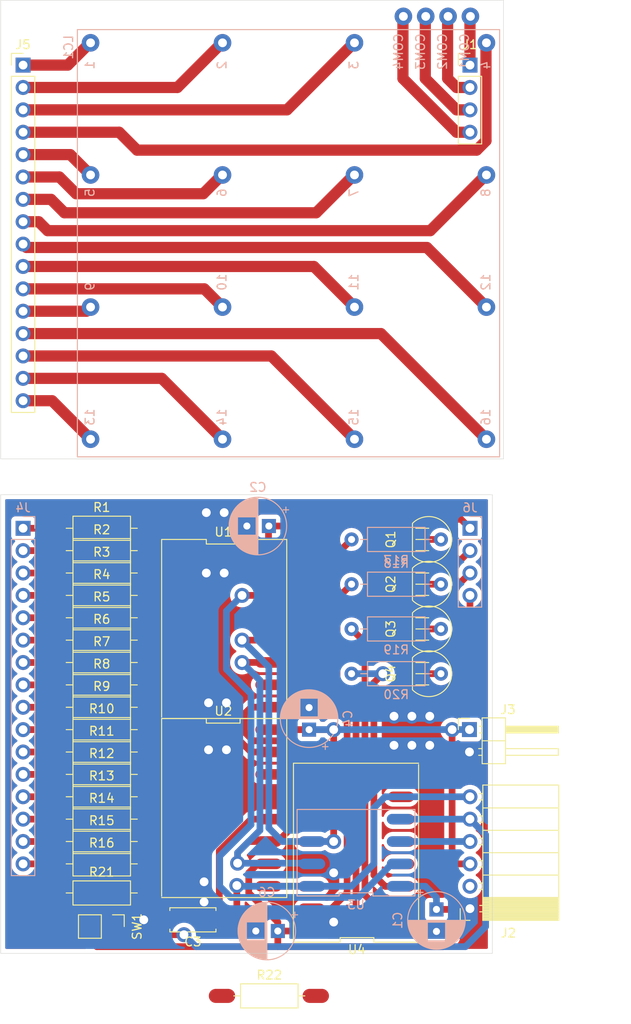
<source format=kicad_pcb>
(kicad_pcb (version 20211014) (generator pcbnew)
  (layers (0 "F.Cu" signal "Front") (31 "B.Cu" signal "Back") (34 "B.Paste" user) (35 "F.Paste" user) (36 "B.SilkS" user "B.Silkscreen") (37 "F.SilkS" user "F.Silkscreen") (38 "B.Mask" user) (39 "F.Mask" user) (44 "Edge.Cuts" user))
  (net 0 "")
  (net 1 "+5V")
  (net 2 "GND")
  (net 3 "/LED1")
  (net 4 "/LED2")
  (net 5 "/LED3")
  (net 6 "/LED4")
  (net 7 "Net-(J4-Pad1)")
  (net 8 "Net-(J4-Pad2)")
  (net 9 "Net-(J4-Pad3)")
  (net 10 "Net-(J4-Pad4)")
  (net 11 "Net-(Q1-Pad2)")
  (net 12 "Net-(Q2-Pad2)")
  (net 13 "Net-(Q3-Pad2)")
  (net 14 "Net-(Q4-Pad2)")
  (net 15 "Net-(J4-Pad8)")
  (net 16 "Net-(J4-Pad7)")
  (net 17 "Net-(J4-Pad6)")
  (net 18 "Net-(J4-Pad5)")
  (net 19 "Net-(U1-Pad9)")
  (net 20 "Net-(J4-Pad10)")
  (net 21 "Net-(U2-Pad9)")
  (net 22 "Net-(J4-Pad11)")
  (net 23 "Net-(J4-Pad12)")
  (net 24 "Net-(J4-Pad13)")
  (net 25 "Net-(J4-Pad14)")
  (net 26 "Net-(J4-Pad15)")
  (net 27 "Net-(J4-Pad16)")
  (net 28 "Net-(J4-Pad9)")
  (net 29 "Net-(J6-Pad1)")
  (net 30 "Net-(J6-Pad2)")
  (net 31 "Net-(J6-Pad3)")
  (net 32 "Net-(J6-Pad4)")
  (net 33 "/RCLK")
  (net 34 "/DTR")
  (net 35 "/RXI")
  (net 36 "/SDATA")
  (net 37 "Net-(R1-Pad2)")
  (net 38 "Net-(R2-Pad2)")
  (net 39 "Net-(R3-Pad2)")
  (net 40 "Net-(R4-Pad2)")
  (net 41 "Net-(R5-Pad2)")
  (net 42 "Net-(R6-Pad2)")
  (net 43 "Net-(R7-Pad2)")
  (net 44 "Net-(R8-Pad2)")
  (net 45 "Net-(R9-Pad2)")
  (net 46 "Net-(R10-Pad2)")
  (net 47 "Net-(R11-Pad2)")
  (net 48 "Net-(R12-Pad2)")
  (net 49 "Net-(R13-Pad2)")
  (net 50 "Net-(R14-Pad2)")
  (net 51 "Net-(R15-Pad2)")
  (net 52 "Net-(R16-Pad2)")
  (net 53 "/TXO")
  (net 54 "/SRCLK")
  (net 55 "Net-(J1-Pad4)")
  (net 56 "Net-(J1-Pad3)")
  (net 57 "Net-(J1-Pad2)")
  (net 58 "Net-(J1-Pad1)")
  (net 59 "Net-(J5-Pad10)")
  (net 60 "Net-(J5-Pad11)")
  (net 61 "Net-(J5-Pad12)")
  (net 62 "Net-(J5-Pad13)")
  (net 63 "Net-(J5-Pad14)")
  (net 64 "Net-(J5-Pad15)")
  (net 65 "Net-(J5-Pad16)")
  (net 66 "Net-(J5-Pad9)")
  (net 67 "Net-(J5-Pad8)")
  (net 68 "Net-(J5-Pad7)")
  (net 69 "Net-(J5-Pad6)")
  (net 70 "Net-(J5-Pad5)")
  (net 71 "Net-(J5-Pad4)")
  (net 72 "Net-(J5-Pad3)")
  (net 73 "Net-(J5-Pad2)")
  (net 74 "Net-(J5-Pad1)")
  (footprint "Connector_PinHeader_2.54mm:PinHeader_1x02_P2.54mm_Horizontal" (layer "F.Cu") (at 165.043 124.455)
    (fp_text reference "J3")
    (fp_text value "VCC & GND")
  )
  (footprint "custom:FakeSMD_R" (layer "F.Cu") (at 118.16 101.6)
    (fp_text reference "R1")
    (fp_text value "470")
  )
  (footprint "custom:FakeSMD_R" (layer "F.Cu") (at 118.16 104.14)
    (fp_text reference "R2")
    (fp_text value "470")
  )
  (footprint "custom:FakeSMD_R" (layer "F.Cu") (at 118.16 106.68)
    (fp_text reference "R3")
    (fp_text value "470")
  )
  (footprint "custom:FakeSMD_R" (layer "F.Cu") (at 118.16 109.22)
    (fp_text reference "R4")
    (fp_text value "470")
  )
  (footprint "custom:FakeSMD_R" (layer "F.Cu") (at 118.16 111.76)
    (fp_text reference "R5")
    (fp_text value "470")
  )
  (footprint "custom:FakeSMD_R" (layer "F.Cu") (at 118.16 114.3)
    (fp_text reference "R6")
    (fp_text value "470")
  )
  (footprint "custom:FakeSMD_R" (layer "F.Cu") (at 118.16 116.84)
    (fp_text reference "R7")
    (fp_text value "470")
  )
  (footprint "custom:FakeSMD_R" (layer "F.Cu") (at 118.16 119.38)
    (fp_text reference "R8")
    (fp_text value "470")
  )
  (footprint "custom:FakeSMD_DIP-16" (layer "F.Cu") (at 132.04 104.13)
    (fp_text reference "U1")
    (fp_text value "74HC595")
  )
  (footprint "custom:FakeSMD_DIP-16" (layer "F.Cu") (at 132.04 124.46)
    (fp_text reference "U2")
    (fp_text value "74HC595")
  )
  (footprint "custom:FakeSMD_TO-92-3_Vertical" (layer "F.Cu") (at 157.8746 114.3 90)
    (fp_text reference "Q3")
    (fp_text value "2n2222a")
  )
  (footprint "custom:FakeSMD_TO-92-3_Vertical" (layer "F.Cu") (at 157.8746 109.22 90)
    (fp_text reference "Q2")
    (fp_text value "2n2222a")
  )
  (footprint "custom:FakeSMD_TO-92-3_Vertical" (layer "F.Cu") (at 157.8746 104.14 90)
    (fp_text reference "Q1")
    (fp_text value "2n2222a")
  )
  (footprint "custom:FakeSMD_TO-92-3_Vertical" (layer "F.Cu") (at 157.8746 119.38 90)
    (fp_text reference "Q4")
    (fp_text value "2n2222a")
  )
  (footprint "custom:FakeSMD_C_Disc" (layer "F.Cu") (at 136.104 146.05 180)
    (fp_text reference "C3")
    (fp_text value "0.1u")
  )
  (footprint "Connector_PinHeader_2.54mm:PinHeader_1x02_P2.54mm_Vertical" (layer "F.Cu") (at 124.465 146.812 -90)
    (fp_text reference "SW1")
    (fp_text value "CHANGE")
  )
  (footprint "custom:FakeSMD_DIP-16" (layer "F.Cu") (at 157.266 147.33 180)
    (fp_text reference "U4")
    (fp_text value "74HC595")
  )
  (footprint "Connector_PinSocket_2.54mm:PinSocket_1x06_P2.54mm_Horizontal" (layer "F.Cu") (at 165.1 144.78 180)
    (fp_text reference "J2")
    (fp_text value "FTDI")
  )
  (footprint "custom:FakeSMD_R" (layer "F.Cu") (at 118.16 143.002)
    (fp_text reference "R21")
    (fp_text value "10k")
  )
  (footprint "custom:FakeSMD_R" (layer "F.Cu") (at 118.16 137.16)
    (fp_text reference "R15")
    (fp_text value "470")
  )
  (footprint "custom:FakeSMD_R" (layer "F.Cu") (at 118.16 139.7)
    (fp_text reference "R16")
    (fp_text value "470")
  )
  (footprint "custom:FakeSMD_R" (layer "F.Cu") (at 118.16 132.08)
    (fp_text reference "R13")
    (fp_text value "470")
  )
  (footprint "custom:FakeSMD_R" (layer "F.Cu") (at 118.16 134.62)
    (fp_text reference "R14")
    (fp_text value "470")
  )
  (footprint "custom:FakeSMD_R" (layer "F.Cu") (at 118.16 129.54)
    (fp_text reference "R12")
    (fp_text value "470")
  )
  (footprint "custom:FakeSMD_R" (layer "F.Cu") (at 118.16 124.46)
    (fp_text reference "R10")
    (fp_text value "470")
  )
  (footprint "custom:FakeSMD_R" (layer "F.Cu") (at 118.16 121.92)
    (fp_text reference "R9")
    (fp_text value "470")
  )
  (footprint "custom:FakeSMD_R" (layer "F.Cu") (at 118.16 127)
    (fp_text reference "R11")
    (fp_text value "470")
  )
  (footprint "Connector_PinHeader_2.54mm:PinHeader_1x16_P2.54mm_Vertical" (layer "F.Cu") (at 114.3 49.022)
    (fp_text reference "J5")
    (fp_text value "LED_IN")
  )
  (footprint "Connector_PinHeader_2.54mm:PinHeader_1x04_P2.54mm_Vertical" (layer "F.Cu") (at 165.1 49.022)
    (fp_text reference "J1")
    (fp_text value "LED_GND_IN")
  )
  (footprint "custom:FakeSMD_R" (layer "F.Cu") (at 137.21 154.686)
    (fp_text reference "R22")
    (fp_text value "10k")
  )
  (footprint "Connector_PinHeader_2.54mm:PinHeader_1x04_P2.54mm_Vertical" (layer "B.Cu") (at 165.1 101.6 180)
    (fp_text reference "J6")
    (fp_text value "LED_GND_OUT")
  )
  (footprint "Connector_PinHeader_2.54mm:PinHeader_1x16_P2.54mm_Vertical" (layer "B.Cu") (at 114.3 101.6 180)
    (fp_text reference "J4")
    (fp_text value "LED_OUT")
  )
  (footprint "Resistor_THT:R_Axial_DIN0207_L6.3mm_D2.5mm_P10.16mm_Horizontal" (layer "B.Cu") (at 161.798 107.95 180)
    (fp_text reference "R18")
    (fp_text value "R")
  )
  (footprint "Resistor_THT:R_Axial_DIN0207_L6.3mm_D2.5mm_P10.16mm_Horizontal" (layer "B.Cu") (at 151.638 118.11)
    (fp_text reference "R20")
    (fp_text value "R")
  )
  (footprint "Resistor_THT:R_Axial_DIN0207_L6.3mm_D2.5mm_P10.16mm_Horizontal" (layer "B.Cu") (at 151.638 102.87)
    (fp_text reference "R17")
    (fp_text value "R")
  )
  (footprint "Resistor_THT:R_Axial_DIN0207_L6.3mm_D2.5mm_P10.16mm_Horizontal" (layer "B.Cu") (at 151.638 113.03)
    (fp_text reference "R19")
    (fp_text value "R")
  )
  (footprint "custom:LED_CUBE" (layer "B.Cu") (at 121.97 46.492 -90)
    (fp_text reference "LC1")
    (fp_text value "LED_CUBE")
  )
  (footprint "Capacitor_THT:CP_Radial_D6.3mm_P2.50mm" (layer "B.Cu") (at 142.24 101.346 180)
    (fp_text reference "C2")
    (fp_text value "100n")
  )
  (footprint "Capacitor_THT:CP_Radial_D6.3mm_P2.50mm" (layer "B.Cu") (at 161.29 144.867621 -90)
    (fp_text reference "C1")
    (fp_text value "100n")
  )
  (footprint "Capacitor_THT:CP_Radial_D6.3mm_P2.50mm" (layer "B.Cu") (at 143.256 147.32 180)
    (fp_text reference "C6")
    (fp_text value "100n")
  )
  (footprint "Capacitor_THT:CP_Radial_D6.3mm_P2.50mm" (layer "B.Cu") (at 146.812 124.46 90)
    (fp_text reference "C4")
    (fp_text value "100n")
  )
  (footprint "custom:FakeSMD_DIP-8" (layer "B.Cu") (at 152.146 138.43 90)
    (fp_text reference "U3")
    (fp_text value "ATtiny45-20P")
  )
  (gr_line (start 168.91 93.726) (end 111.76 93.726) (layer "Edge.Cuts") (width 0.05))
  (gr_line (start 168.91 41.656) (end 168.91 93.726) (layer "Edge.Cuts") (width 0.05))
  (gr_line (start 168.91 41.656) (end 111.76 41.656) (layer "Edge.Cuts") (width 0.05))
  (gr_line (start 111.76 97.79) (end 111.76 149.86) (layer "Edge.Cuts") (width 0.05))
  (gr_line (start 111.76 149.86) (end 167.64 149.86) (layer "Edge.Cuts") (width 0.05))
  (gr_line (start 111.76 41.656) (end 111.76 93.726) (layer "Edge.Cuts") (width 0.05))
  (gr_line (start 167.64 149.86) (end 167.64 97.79) (layer "Edge.Cuts") (width 0.05))
  (gr_line (start 167.64 97.79) (end 111.76 97.79) (layer "Edge.Cuts") (width 0.05))
  (segment (start 144.018 149.098) (end 122.682 149.098) (width 0.762) (layer "F.Cu") (net 1))
  (segment (start 143.256 147.32) (end 143.256 146.304) (width 0.762) (layer "F.Cu") (net 1))
  (segment (start 140.97 139.7) (end 142.2 139.7) (width 0.762) (layer "F.Cu") (net 1))
  (segment (start 139.954 140.716) (end 140.97 139.7) (width 0.762) (layer "F.Cu") (net 1))
  (segment (start 145.034 119.38) (end 145.034 124.46) (width 0.762) (layer "F.Cu") (net 1))
  (segment (start 149.606 131.572) (end 149.606 124.46) (width 0.762) (layer "F.Cu") (net 1))
  (segment (start 139.954 143.002) (end 139.954 140.716) (width 0.762) (layer "F.Cu") (net 1))
  (segment (start 162.052 149.098) (end 163.068 148.082) (width 0.762) (layer "F.Cu") (net 1))
  (segment (start 163.068 124.46) (end 163.073 124.455) (width 0.762) (layer "F.Cu") (net 1))
  (segment (start 147.106 147.33) (end 147.096 147.32) (width 0.762) (layer "F.Cu") (net 1))
  (segment (start 142.2 101.473621) (end 142.2 104.13) (width 0.762) (layer "F.Cu") (net 1))
  (segment (start 165.1 139.7) (end 163.068 139.7) (width 0.762) (layer "F.Cu") (net 1))
  (segment (start 121.925 148.341) (end 121.925 146.812) (width 0.762) (layer "F.Cu") (net 1))
  (segment (start 145.024 119.37) (end 145.034 119.38) (width 0.762) (layer "F.Cu") (net 1))
  (segment (start 145.034 102.616) (end 145.034 119.38) (width 0.762) (layer "F.Cu") (net 1))
  (segment (start 161.29 144.867621) (end 162.980379 144.867621) (width 0.762) (layer "F.Cu") (net 1))
  (segment (start 149.606 131.572) (end 149.088 132.09) (width 0.762) (layer "F.Cu") (net 1))
  (segment (start 142.2 119.37) (end 145.024 119.37) (width 0.762) (layer "F.Cu") (net 1))
  (segment (start 147.096 147.32) (end 143.256 147.32) (width 0.762) (layer "F.Cu") (net 1))
  (segment (start 143.256 147.32) (end 143.256 149.098) (width 0.762) (layer "F.Cu") (net 1))
  (segment (start 143.764 101.346) (end 145.034 102.616) (width 0.762) (layer "F.Cu") (net 1))
  (segment (start 149.088 132.09) (end 147.106 132.09) (width 0.762) (layer "F.Cu") (net 1))
  (segment (start 121.925 146.812) (end 121.925 144.277) (width 0.762) (layer "F.Cu") (net 1))
  (segment (start 142.24 101.346) (end 143.764 101.346) (width 0.762) (layer "F.Cu") (net 1))
  (segment (start 163.068 148.082) (end 163.068 124.46) (width 0.762) (layer "F.Cu") (net 1))
  (segment (start 143.256 146.304) (end 139.954 143.002) (width 0.762) (layer "F.Cu") (net 1))
  (segment (start 120.65 143.002) (end 117.86 143.002) (width 0.762) (layer "F.Cu") (net 1))
  (segment (start 149.606 124.46) (end 142.2 124.46) (width 0.762) (layer "F.Cu") (net 1))
  (segment (start 121.925 144.277) (end 120.65 143.002) (width 0.762) (layer "F.Cu") (net 1))
  (segment (start 144.018 149.098) (end 162.052 149.098) (width 0.762) (layer "F.Cu") (net 1))
  (segment (start 122.682 149.098) (end 121.925 148.341) (width 0.762) (layer "F.Cu") (net 1))
  (via (at 149.606 124.46) (size 1.7) (drill 1) (layers "F.Cu" "B.Cu") (net 1))
  (via (at 163.073 124.455) (size 1.7) (drill 1) (layers "F.Cu" "B.Cu") (net 1))
  (segment (start 146.817 124.455) (end 146.812 124.46) (width 0.762) (layer "B.Cu") (net 1))
  (segment (start 161.29 143.51) (end 160.02 142.24) (width 0.762) (layer "B.Cu") (net 1))
  (segment (start 161.29 144.78) (end 161.29 143.51) (width 0.762) (layer "B.Cu") (net 1))
  (segment (start 160.02 142.24) (end 157.146 142.24) (width 0.762) (layer "B.Cu") (net 1))
  (segment (start 163.073 124.455) (end 146.817 124.455) (width 0.762) (layer "B.Cu") (net 1))
  (segment (start 165.043 124.455) (end 163.073 124.455) (width 0.762) (layer "B.Cu") (net 1))
  (via (at 137.414 121.412) (size 1.7) (drill 1) (layers "F.Cu" "B.Cu") (net 2))
  (via (at 134.874 141.732) (size 1.7) (drill 1) (layers "F.Cu" "B.Cu") (net 2))
  (via (at 135.128 106.68) (size 1.7) (drill 1) (layers "F.Cu" "B.Cu") (net 2))
  (via (at 158.496 126.238) (size 1.7) (drill 1) (layers "F.Cu" "B.Cu") (net 2))
  (via (at 137.16 99.822) (size 1.7) (drill 1) (layers "F.Cu" "B.Cu") (net 2))
  (via (at 160.528 126.238) (size 1.7) (drill 1) (layers "F.Cu" "B.Cu") (net 2))
  (via (at 134.874 144.018) (size 1.7) (drill 1) (layers "F.Cu" "B.Cu") (net 2))
  (via (at 160.528 122.936) (size 1.7) (drill 1) (layers "F.Cu" "B.Cu") (net 2))
  (via (at 135.382 126.746) (size 1.7) (drill 1) (layers "F.Cu" "B.Cu") (net 2))
  (via (at 149.606 140.716) (size 1.7) (drill 1) (layers "F.Cu" "B.Cu") (net 2))
  (via (at 137.414 126.746) (size 1.7) (drill 1) (layers "F.Cu" "B.Cu") (net 2))
  (via (at 135.128 99.822) (size 1.7) (drill 1) (layers "F.Cu" "B.Cu") (net 2))
  (via (at 158.496 122.936) (size 1.7) (drill 1) (layers "F.Cu" "B.Cu") (net 2))
  (via (at 156.464 126.238) (size 1.7) (drill 1) (layers "F.Cu" "B.Cu") (net 2))
  (via (at 156.464 122.936) (size 1.7) (drill 1) (layers "F.Cu" "B.Cu") (net 2))
  (via (at 128.016 146.05) (size 1.7) (drill 1) (layers "F.Cu" "B.Cu") (net 2))
  (via (at 137.16 106.68) (size 1.7) (drill 1) (layers "F.Cu" "B.Cu") (net 2))
  (via (at 149.606 146.304) (size 1.7) (drill 1) (layers "F.Cu" "B.Cu") (net 2))
  (via (at 135.382 121.412) (size 1.7) (drill 1) (layers "F.Cu" "B.Cu") (net 2))
  (segment (start 148.844 105.664) (end 151.638 102.87) (width 0.762) (layer "F.Cu") (net 3))
  (segment (start 148.844 120.396) (end 148.844 105.664) (width 0.762) (layer "F.Cu") (net 3))
  (segment (start 147.106 144.79) (end 149.342 144.79) (width 0.762) (layer "F.Cu") (net 3))
  (segment (start 151.13 143.002) (end 151.13 122.682) (width 0.762) (layer "F.Cu") (net 3))
  (segment (start 151.13 122.682) (end 148.844 120.396) (width 0.762) (layer "F.Cu") (net 3))
  (segment (start 149.342 144.79) (end 151.13 143.002) (width 0.762) (layer "F.Cu") (net 3))
  (segment (start 152.146 121.92) (end 149.98652 119.76052) (width 0.762) (layer "F.Cu") (net 4))
  (segment (start 149.98652 109.60148) (end 151.638 107.95) (width 0.762) (layer "F.Cu") (net 4))
  (segment (start 152.146 144.526) (end 152.146 121.92) (width 0.762) (layer "F.Cu") (net 4))
  (segment (start 157.266 147.33) (end 154.95 147.33) (width 0.762) (layer "F.Cu") (net 4))
  (segment (start 149.98652 119.76052) (end 149.98652 109.60148) (width 0.762) (layer "F.Cu") (net 4))
  (segment (start 154.95 147.33) (end 152.146 144.526) (width 0.762) (layer "F.Cu") (net 4))
  (segment (start 153.162 114.554) (end 151.638 113.03) (width 0.762) (layer "F.Cu") (net 5))
  (segment (start 154.696 144.79) (end 153.162 143.256) (width 0.762) (layer "F.Cu") (net 5))
  (segment (start 153.162 143.256) (end 153.162 114.554) (width 0.762) (layer "F.Cu") (net 5))
  (segment (start 157.266 144.79) (end 154.696 144.79) (width 0.762) (layer "F.Cu") (net 5))
  (segment (start 155.194 118.11) (end 154.178 119.126) (width 0.762) (layer "F.Cu") (net 6))
  (segment (start 155.458 142.25) (end 157.266 142.25) (width 0.762) (layer "F.Cu") (net 6))
  (segment (start 154.178 119.126) (end 154.178 140.97) (width 0.762) (layer "F.Cu") (net 6))
  (segment (start 154.178 140.97) (end 155.458 142.25) (width 0.762) (layer "F.Cu") (net 6))
  (via (at 155.194 118.11) (size 1.7) (drill 1) (layers "F.Cu" "B.Cu") (net 6))
  (segment (start 155.194 118.11) (end 151.638 118.11) (width 0.762) (layer "B.Cu") (net 6))
  (segment (start 114.3 101.6) (end 117.86 101.6) (width 0.762) (layer "F.Cu") (net 7))
  (segment (start 114.3 104.14) (end 117.86 104.14) (width 0.762) (layer "F.Cu") (net 8))
  (segment (start 114.3 106.68) (end 117.86 106.68) (width 0.762) (layer "F.Cu") (net 9))
  (segment (start 114.3 109.22) (end 117.86 109.22) (width 0.762) (layer "F.Cu") (net 10))
  (segment (start 161.798 102.87) (end 157.8746 102.87) (width 0.762) (layer "F.Cu") (net 11))
  (segment (start 161.798 107.95) (end 157.8746 107.95) (width 0.762) (layer "F.Cu") (net 12))
  (segment (start 161.798 113.03) (end 157.8746 113.03) (width 0.762) (layer "F.Cu") (net 13))
  (segment (start 161.798 118.11) (end 157.8746 118.11) (width 0.762) (layer "F.Cu") (net 14))
  (segment (start 114.3 119.38) (end 117.86 119.38) (width 0.762) (layer "F.Cu") (net 15))
  (segment (start 114.3 116.84) (end 117.86 116.84) (width 0.762) (layer "F.Cu") (net 16))
  (segment (start 114.3 114.3) (end 117.86 114.3) (width 0.762) (layer "F.Cu") (net 17))
  (segment (start 114.3 111.76) (end 117.86 111.76) (width 0.762) (layer "F.Cu") (net 18))
  (segment (start 144.018 125.73) (end 140.462 125.73) (width 0.762) (layer "F.Cu") (net 19))
  (segment (start 140.218 121.91) (end 142.2 121.91) (width 0.762) (layer "F.Cu") (net 19))
  (segment (start 139.446 124.714) (end 139.446 122.682) (width 0.762) (layer "F.Cu") (net 19))
  (segment (start 143.764 129.54) (end 144.78 128.524) (width 0.762) (layer "F.Cu") (net 19))
  (segment (start 142.2 129.54) (end 143.764 129.54) (width 0.762) (layer "F.Cu") (net 19))
  (segment (start 139.446 122.682) (end 140.218 121.91) (width 0.762) (layer "F.Cu") (net 19))
  (segment (start 140.462 125.73) (end 139.446 124.714) (width 0.762) (layer "F.Cu") (net 19))
  (segment (start 144.78 128.524) (end 144.78 126.492) (width 0.762) (layer "F.Cu") (net 19))
  (segment (start 144.78 126.492) (end 144.018 125.73) (width 0.762) (layer "F.Cu") (net 19))
  (segment (start 114.3 124.46) (end 117.86 124.46) (width 0.762) (layer "F.Cu") (net 20))
  (segment (start 142.2 142.24) (end 147.096 142.24) (width 0.762) (layer "F.Cu") (net 21))
  (segment (start 147.096 142.24) (end 147.106 142.25) (width 0.762) (layer "F.Cu") (net 21))
  (segment (start 114.3 127) (end 117.86 127) (width 0.762) (layer "F.Cu") (net 22))
  (segment (start 117.86 129.54) (end 114.3 129.54) (width 0.762) (layer "F.Cu") (net 23))
  (segment (start 114.3 132.08) (end 117.86 132.08) (width 0.762) (layer "F.Cu") (net 24))
  (segment (start 114.3 134.62) (end 117.86 134.62) (width 0.762) (layer "F.Cu") (net 25))
  (segment (start 117.86 137.16) (end 114.3 137.16) (width 0.762) (layer "F.Cu") (net 26))
  (segment (start 114.3 139.7) (end 117.86 139.7) (width 0.762) (layer "F.Cu") (net 27))
  (segment (start 114.3 121.92) (end 117.86 121.92) (width 0.762) (layer "F.Cu") (net 28))
  (segment (start 159.258 101.6) (end 160.274 100.584) (width 0.762) (layer "F.Cu") (net 29))
  (segment (start 160.274 100.584) (end 164.084 100.584) (width 0.762) (layer "F.Cu") (net 29))
  (segment (start 157.8746 101.6) (end 159.258 101.6) (width 0.762) (layer "F.Cu") (net 29))
  (segment (start 164.084 100.584) (end 165.1 101.6) (width 0.762) (layer "F.Cu") (net 29))
  (segment (start 157.8746 106.68) (end 159.258 106.68) (width 0.762) (layer "F.Cu") (net 30))
  (segment (start 163.83 105.41) (end 165.1 104.14) (width 0.762) (layer "F.Cu") (net 30))
  (segment (start 160.528 105.41) (end 163.83 105.41) (width 0.762) (layer "F.Cu") (net 30))
  (segment (start 159.258 106.68) (end 160.528 105.41) (width 0.762) (layer "F.Cu") (net 30))
  (segment (start 163.322 108.458) (end 165.1 106.68) (width 0.762) (layer "F.Cu") (net 31))
  (segment (start 160.782 110.49) (end 162.56 110.49) (width 0.762) (layer "F.Cu") (net 31))
  (segment (start 163.322 109.728) (end 163.322 108.458) (width 0.762) (layer "F.Cu") (net 31))
  (segment (start 157.8746 111.76) (end 159.512 111.76) (width 0.762) (layer "F.Cu") (net 31))
  (segment (start 162.56 110.49) (end 163.322 109.728) (width 0.762) (layer "F.Cu") (net 31))
  (segment (start 159.512 111.76) (end 160.782 110.49) (width 0.762) (layer "F.Cu") (net 31))
  (segment (start 162.56 115.57) (end 165.1 113.03) (width 0.762) (layer "F.Cu") (net 32))
  (segment (start 165.1 113.03) (end 165.1 109.22) (width 0.762) (layer "F.Cu") (net 32))
  (segment (start 160.528 115.57) (end 162.56 115.57) (width 0.762) (layer "F.Cu") (net 32))
  (segment (start 159.258 116.84) (end 160.528 115.57) (width 0.762) (layer "F.Cu") (net 32))
  (segment (start 157.8746 116.84) (end 159.258 116.84) (width 0.762) (layer "F.Cu") (net 32))
  (segment (start 140.208 134.62) (end 142.2 134.62) (width 0.762) (layer "F.Cu") (net 33))
  (segment (start 147.116 137.16) (end 147.106 137.17) (width 0.762) (layer "F.Cu") (net 33))
  (segment (start 139.192 114.3) (end 142.19 114.3) (width 0.762) (layer "F.Cu") (net 33))
  (segment (start 149.606 134.366) (end 149.606 137.16) (width 0.762) (layer "F.Cu") (net 33))
  (segment (start 148.59 133.35) (end 149.606 134.366) (width 0.762) (layer "F.Cu") (net 33))
  (segment (start 136.604 146.05) (end 136.604 138.224) (width 0.762) (layer "F.Cu") (net 33))
  (segment (start 142.2 134.62) (end 144.018 134.62) (width 0.762) (layer "F.Cu") (net 33))
  (segment (start 145.288 133.35) (end 148.59 133.35) (width 0.762) (layer "F.Cu") (net 33))
  (segment (start 144.018 134.62) (end 145.288 133.35) (width 0.762) (layer "F.Cu") (net 33))
  (segment (start 149.606 137.16) (end 147.116 137.16) (width 0.762) (layer "F.Cu") (net 33))
  (segment (start 136.604 138.224) (end 140.208 134.62) (width 0.762) (layer "F.Cu") (net 33))
  (via (at 139.192 114.3) (size 1.7) (drill 1) (layers "F.Cu" "B.Cu") (net 33))
  (via (at 149.606 137.16) (size 1.7) (drill 1) (layers "F.Cu" "B.Cu") (net 33))
  (segment (start 143.764 137.16) (end 142.24 135.636) (width 0.762) (layer "B.Cu") (net 33))
  (segment (start 142.24 117.348) (end 139.192 114.3) (width 0.762) (layer "B.Cu") (net 33))
  (segment (start 149.606 137.16) (end 143.764 137.16) (width 0.762) (layer "B.Cu") (net 33))
  (segment (start 142.24 135.636) (end 142.24 117.348) (width 0.762) (layer "B.Cu") (net 33))
  (segment (start 135.128 147.828) (end 131.572 144.272) (width 0.762) (layer "F.Cu") (net 34))
  (segment (start 131.572 144.272) (end 129.79 144.272) (width 0.762) (layer "F.Cu") (net 34))
  (segment (start 129.79 144.272) (end 128.52 143.002) (width 0.762) (layer "F.Cu") (net 34))
  (segment (start 137.668 147.828) (end 135.128 147.828) (width 0.762) (layer "F.Cu") (net 34))
  (segment (start 138.5965 142.1525) (end 138.5965 146.8995) (width 0.762) (layer "F.Cu") (net 34))
  (segment (start 138.5965 146.8995) (end 137.668 147.828) (width 0.762) (layer "F.Cu") (net 34))
  (via (at 138.5965 142.1525) (size 1.7) (drill 1) (layers "F.Cu" "B.Cu") (net 34))
  (segment (start 151.638 142.24) (end 147.146 142.24) (width 0.762) (layer "B.Cu") (net 34))
  (segment (start 138.684 142.24) (end 138.5965 142.1525) (width 0.762) (layer "B.Cu") (net 34))
  (segment (start 154.178 133.35) (end 154.178 139.7) (width 0.762) (layer "B.Cu") (net 34))
  (segment (start 147.146 142.24) (end 138.684 142.24) (width 0.762) (layer "B.Cu") (net 34))
  (segment (start 155.448 132.08) (end 154.178 133.35) (width 0.762) (layer "B.Cu") (net 34))
  (segment (start 165.1 132.08) (end 155.448 132.08) (width 0.762) (layer "B.Cu") (net 34))
  (segment (start 154.178 139.7) (end 151.638 142.24) (width 0.762) (layer "B.Cu") (net 34))
  (segment (start 126.6585 147.7405) (end 125.73 146.812) (width 0.762) (layer "F.Cu") (net 35))
  (segment (start 125.73 146.812) (end 124.465 146.812) (width 0.762) (layer "F.Cu") (net 35))
  (segment (start 132.588 147.7405) (end 126.6585 147.7405) (width 0.762) (layer "F.Cu") (net 35))
  (via (at 132.588 147.7405) (size 1.7) (drill 1) (layers "F.Cu" "B.Cu") (net 35))
  (segment (start 164.592 149.098) (end 166.878 146.812) (width 0.762) (layer "B.Cu") (net 35))
  (segment (start 157.146 134.62) (end 165.1 134.62) (width 0.762) (layer "B.Cu") (net 35))
  (segment (start 132.588 147.7405) (end 133.9455 149.098) (width 0.762) (layer "B.Cu") (net 35))
  (segment (start 166.878 136.398) (end 165.1 134.62) (width 0.762) (layer "B.Cu") (net 35))
  (segment (start 133.9455 149.098) (end 164.592 149.098) (width 0.762) (layer "B.Cu") (net 35))
  (segment (start 166.878 146.812) (end 166.878 136.398) (width 0.762) (layer "B.Cu") (net 35))
  (segment (start 139.192 109.22) (end 142.19 109.22) (width 0.762) (layer "F.Cu") (net 36))
  (segment (start 142.19 109.22) (end 142.2 109.21) (width 0.762) (layer "F.Cu") (net 36))
  (via (at 139.192 109.22) (size 1.7) (drill 1) (layers "F.Cu" "B.Cu") (net 36))
  (segment (start 152.4 143.51) (end 137.922 143.51) (width 0.762) (layer "B.Cu") (net 36))
  (segment (start 156.21 139.7) (end 152.4 143.51) (width 0.762) (layer "B.Cu") (net 36))
  (segment (start 137.414 110.998) (end 139.192 109.22) (width 0.762) (layer "B.Cu") (net 36))
  (segment (start 136.652 142.24) (end 136.652 138.811) (width 0.762) (layer "B.Cu") (net 36))
  (segment (start 157.146 139.7) (end 156.21 139.7) (width 0.762) (layer "B.Cu") (net 36))
  (segment (start 140.208 120.396) (end 137.414 117.602) (width 0.762) (layer "B.Cu") (net 36))
  (segment (start 140.208 135.255) (end 140.208 120.396) (width 0.762) (layer "B.Cu") (net 36))
  (segment (start 136.652 138.811) (end 140.208 135.255) (width 0.762) (layer "B.Cu") (net 36))
  (segment (start 137.922 143.51) (end 136.652 142.24) (width 0.762) (layer "B.Cu") (net 36))
  (segment (start 137.414 117.602) (end 137.414 110.998) (width 0.762) (layer "B.Cu") (net 36))
  (segment (start 140.198 106.67) (end 142.2 106.67) (width 0.762) (layer "F.Cu") (net 37))
  (segment (start 128.52 101.6) (end 135.128 101.6) (width 0.762) (layer "F.Cu") (net 37))
  (segment (start 135.128 101.6) (end 140.198 106.67) (width 0.762) (layer "F.Cu") (net 37))
  (segment (start 128.52 104.14) (end 132.03 104.14) (width 0.762) (layer "F.Cu") (net 38))
  (segment (start 132.03 104.14) (end 132.04 104.13) (width 0.762) (layer "F.Cu") (net 38))
  (segment (start 128.52 106.68) (end 132.03 106.68) (width 0.762) (layer "F.Cu") (net 39))
  (segment (start 132.03 106.68) (end 132.04 106.67) (width 0.762) (layer "F.Cu") (net 39))
  (segment (start 132.04 109.21) (end 128.53 109.21) (width 0.762) (layer "F.Cu") (net 40))
  (segment (start 128.53 109.21) (end 128.52 109.22) (width 0.762) (layer "F.Cu") (net 40))
  (segment (start 132.03 111.76) (end 132.04 111.75) (width 0.762) (layer "F.Cu") (net 41))
  (segment (start 128.52 111.76) (end 132.03 111.76) (width 0.762) (layer "F.Cu") (net 41))
  (segment (start 132.04 114.29) (end 128.53 114.29) (width 0.762) (layer "F.Cu") (net 42))
  (segment (start 128.53 114.29) (end 128.52 114.3) (width 0.762) (layer "F.Cu") (net 42))
  (segment (start 132.03 116.84) (end 132.04 116.83) (width 0.762) (layer "F.Cu") (net 43))
  (segment (start 128.52 116.84) (end 132.03 116.84) (width 0.762) (layer "F.Cu") (net 43))
  (segment (start 132.04 119.37) (end 128.53 119.37) (width 0.762) (layer "F.Cu") (net 44))
  (segment (start 128.53 119.37) (end 128.52 119.38) (width 0.762) (layer "F.Cu") (net 44))
  (segment (start 136.398 123.19) (end 140.208 127) (width 0.762) (layer "F.Cu") (net 45))
  (segment (start 140.208 127) (end 142.2 127) (width 0.762) (layer "F.Cu") (net 45))
  (segment (start 130.302 123.19) (end 136.398 123.19) (width 0.762) (layer "F.Cu") (net 45))
  (segment (start 128.52 121.92) (end 129.032 121.92) (width 0.762) (layer "F.Cu") (net 45))
  (segment (start 129.032 121.92) (end 130.302 123.19) (width 0.762) (layer "F.Cu") (net 45))
  (segment (start 128.52 124.46) (end 132.04 124.46) (width 0.762) (layer "F.Cu") (net 46))
  (segment (start 128.52 127) (end 132.04 127) (width 0.762) (layer "F.Cu") (net 47))
  (segment (start 128.52 129.54) (end 132.04 129.54) (width 0.762) (layer "F.Cu") (net 48))
  (segment (start 128.52 132.08) (end 132.04 132.08) (width 0.762) (layer "F.Cu") (net 49))
  (segment (start 128.52 134.62) (end 132.04 134.62) (width 0.762) (layer "F.Cu") (net 50))
  (segment (start 128.52 137.16) (end 132.04 137.16) (width 0.762) (layer "F.Cu") (net 51))
  (segment (start 128.52 139.7) (end 132.04 139.7) (width 0.762) (layer "F.Cu") (net 52))
  (segment (start 157.146 137.16) (end 165.1 137.16) (width 0.762) (layer "B.Cu") (net 53))
  (segment (start 139.192 116.84) (end 139.202 116.83) (width 0.762) (layer "F.Cu") (net 54))
  (segment (start 138.684 139.620352) (end 138.684 138.43) (width 0.762) (layer "F.Cu") (net 54))
  (segment (start 139.202 116.83) (end 142.2 116.83) (width 0.762) (layer "F.Cu") (net 54))
  (segment (start 145.786 134.63) (end 147.106 134.63) (width 0.762) (layer "F.Cu") (net 54))
  (segment (start 138.684 138.43) (end 139.954 137.16) (width 0.762) (layer "F.Cu") (net 54))
  (segment (start 142.2 137.16) (end 143.256 137.16) (width 0.762) (layer "F.Cu") (net 54))
  (segment (start 139.954 137.16) (end 142.2 137.16) (width 0.762) (layer "F.Cu") (net 54))
  (segment (start 143.256 137.16) (end 145.786 134.63) (width 0.762) (layer "F.Cu") (net 54))
  (via (at 138.684 139.620352) (size 1.7) (drill 1) (layers "F.Cu" "B.Cu") (net 54))
  (via (at 139.192 116.84) (size 1.7) (drill 1) (layers "F.Cu" "B.Cu") (net 54))
  (segment (start 138.684 138.43) (end 138.684 139.620352) (width 0.762) (layer "B.Cu") (net 54))
  (segment (start 141.224 135.89) (end 138.684 138.43) (width 0.762) (layer "B.Cu") (net 54))
  (segment (start 141.224 118.872) (end 141.224 135.89) (width 0.762) (layer "B.Cu") (net 54))
  (segment (start 139.192 116.84) (end 141.224 118.872) (width 0.762) (layer "B.Cu") (net 54))
  (segment (start 147.066352 139.620352) (end 147.146 139.7) (width 0.762) (layer "B.Cu") (net 54))
  (segment (start 138.684 139.620352) (end 147.066352 139.620352) (width 0.762) (layer "B.Cu") (net 54))
  (segment (start 165.1 56.642) (end 163.576 56.642) (width 1.27) (layer "F.Cu") (net 55))
  (segment (start 163.576 56.642) (end 157.48 50.546) (width 1.27) (layer "F.Cu") (net 55))
  (segment (start 157.48 50.546) (end 157.48 43.482) (width 1.27) (layer "F.Cu") (net 55))
  (segment (start 160.02 50.546) (end 160.02 43.482) (width 1.27) (layer "F.Cu") (net 56))
  (segment (start 165.1 54.102) (end 163.576 54.102) (width 1.27) (layer "F.Cu") (net 56))
  (segment (start 163.576 54.102) (end 160.02 50.546) (width 1.27) (layer "F.Cu") (net 56))
  (segment (start 163.576 51.562) (end 162.56 50.546) (width 1.27) (layer "F.Cu") (net 57))
  (segment (start 162.56 50.546) (end 162.56 43.482) (width 1.27) (layer "F.Cu") (net 57))
  (segment (start 165.1 51.562) (end 163.576 51.562) (width 1.27) (layer "F.Cu") (net 57))
  (segment (start 165.1 49.022) (end 165.1 43.482) (width 1.27) (layer "F.Cu") (net 58))
  (segment (start 151.97 76.492) (end 147.36 71.882) (width 1.27) (layer "F.Cu") (net 59))
  (segment (start 147.36 71.882) (end 114.3 71.882) (width 1.27) (layer "F.Cu") (net 59))
  (segment (start 134.9 74.422) (end 114.3 74.422) (width 1.27) (layer "F.Cu") (net 60))
  (segment (start 136.97 76.492) (end 134.9 74.422) (width 1.27) (layer "F.Cu") (net 60))
  (segment (start 121.5 76.962) (end 114.3 76.962) (width 1.27) (layer "F.Cu") (net 61))
  (segment (start 121.97 76.492) (end 121.5 76.962) (width 1.27) (layer "F.Cu") (net 61))
  (segment (start 154.98 79.502) (end 114.3 79.502) (width 1.27) (layer "F.Cu") (net 62))
  (segment (start 166.97 91.492) (end 154.98 79.502) (width 1.27) (layer "F.Cu") (net 62))
  (segment (start 142.52 82.042) (end 151.97 91.492) (width 1.27) (layer "F.Cu") (net 63))
  (segment (start 114.3 82.042) (end 142.52 82.042) (width 1.27) (layer "F.Cu") (net 63))
  (segment (start 136.92 91.482) (end 136.92 91.454) (width 1.27) (layer "F.Cu") (net 64))
  (segment (start 130.06 84.582) (end 136.97 91.492) (width 1.27) (layer "F.Cu") (net 64))
  (segment (start 114.3 84.582) (end 130.06 84.582) (width 1.27) (layer "F.Cu") (net 64))
  (segment (start 117.6 87.122) (end 121.97 91.492) (width 1.27) (layer "F.Cu") (net 65))
  (segment (start 114.3 87.122) (end 117.6 87.122) (width 1.27) (layer "F.Cu") (net 65))
  (segment (start 166.97 76.492) (end 160.201 69.723) (width 1.27) (layer "F.Cu") (net 66))
  (segment (start 160.201 69.723) (end 114.681 69.723) (width 1.27) (layer "F.Cu") (net 66))
  (segment (start 114.681 69.723) (end 114.3 69.342) (width 1.27) (layer "F.Cu") (net 66))
  (segment (start 117.094 67.818) (end 116.078 66.802) (width 1.27) (layer "F.Cu") (net 67))
  (segment (start 160.584 67.818) (end 117.094 67.818) (width 1.27) (layer "F.Cu") (net 67))
  (segment (start 116.078 66.802) (end 114.3 66.802) (width 1.27) (layer "F.Cu") (net 67))
  (segment (start 166.92 61.482) (end 160.584 67.818) (width 1.27) (layer "F.Cu") (net 67))
  (segment (start 147.616 65.786) (end 118.999 65.786) (width 1.27) (layer "F.Cu") (net 68))
  (segment (start 118.999 65.786) (end 117.475 64.262) (width 1.27) (layer "F.Cu") (net 68))
  (segment (start 151.92 61.482) (end 147.616 65.786) (width 1.27) (layer "F.Cu") (net 68))
  (segment (start 117.475 64.262) (end 114.3 64.262) (width 1.27) (layer "F.Cu") (net 68))
  (segment (start 118.4275 61.722) (end 114.3 61.722) (width 1.27) (layer "F.Cu") (net 69))
  (segment (start 134.775 63.627) (end 120.3325 63.627) (width 1.27) (layer "F.Cu") (net 69))
  (segment (start 120.3325 63.627) (end 118.4275 61.722) (width 1.27) (layer "F.Cu") (net 69))
  (segment (start 136.92 61.482) (end 134.775 63.627) (width 1.27) (layer "F.Cu") (net 69))
  (segment (start 121.92 61.482) (end 121.92 61.442) (width 1.27) (layer "F.Cu") (net 70))
  (segment (start 119.66 59.182) (end 114.3 59.182) (width 1.27) (layer "F.Cu") (net 70))
  (segment (start 121.92 61.442) (end 119.66 59.182) (width 1.27) (layer "F.Cu") (net 70))
  (segment (start 166.92 46.482) (end 166.92 57.616) (width 1.27) (layer "F.Cu") (net 71))
  (segment (start 166.92 57.616) (end 165.862 58.674) (width 1.27) (layer "F.Cu") (net 71))
  (segment (start 125.222 56.642) (end 114.3 56.642) (width 1.27) (layer "F.Cu") (net 71))
  (segment (start 127.254 58.674) (end 125.222 56.642) (width 1.27) (layer "F.Cu") (net 71))
  (segment (start 165.862 58.674) (end 127.254 58.674) (width 1.27) (layer "F.Cu") (net 71))
  (segment (start 144.3 54.102) (end 114.3 54.102) (width 1.27) (layer "F.Cu") (net 72))
  (segment (start 151.92 46.482) (end 144.3 54.102) (width 1.27) (layer "F.Cu") (net 72))
  (segment (start 131.84 51.562) (end 114.3 51.562) (width 1.27) (layer "F.Cu") (net 73))
  (segment (start 136.92 46.482) (end 131.84 51.562) (width 1.27) (layer "F.Cu") (net 73))
  (segment (start 119.38 49.022) (end 114.3 49.022) (width 1.27) (layer "F.Cu") (net 74))
  (segment (start 121.92 46.482) (end 119.38 49.022) (width 1.27) (layer "F.Cu") (net 74))
  (zone (net 2) (net_name "GND") (layer "F.Cu") (connect_pads yes (clearance 0.508)) (min_thickness 0.254) (fill yes (thermal_gap 0.508) (thermal_bridge_width 0.508))
    (polygon (pts (xy 167.64 149.86) (xy 111.76 149.86) (xy 111.76 97.79) (xy 167.64 97.79)))
  )
  (zone (net 2) (net_name "GND") (layer "B.Cu") (connect_pads yes (clearance 0.508)) (min_thickness 0.254) (fill yes (thermal_gap 0.508) (thermal_bridge_width 0.508))
    (polygon (pts (xy 167.64 149.86) (xy 111.76 149.86) (xy 111.76 97.79) (xy 167.64 97.79)))
  )
)
</source>
